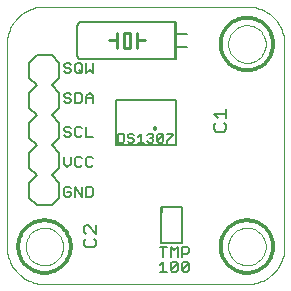
<source format=gto>
G75*
G70*
%OFA0B0*%
%FSLAX24Y24*%
%IPPOS*%
%LPD*%
%AMOC8*
5,1,8,0,0,1.08239X$1,22.5*
%
%ADD10C,0.0000*%
%ADD11C,0.0060*%
%ADD12C,0.0120*%
%ADD13C,0.0080*%
%ADD14C,0.0050*%
%ADD15R,0.0100X0.0200*%
%ADD16C,0.0100*%
%ADD17C,0.0025*%
D10*
X000680Y001930D02*
X000680Y008680D01*
X000682Y008748D01*
X000687Y008815D01*
X000696Y008882D01*
X000709Y008949D01*
X000726Y009014D01*
X000745Y009079D01*
X000769Y009143D01*
X000796Y009205D01*
X000826Y009266D01*
X000859Y009324D01*
X000895Y009381D01*
X000935Y009436D01*
X000977Y009489D01*
X001023Y009540D01*
X001070Y009587D01*
X001121Y009633D01*
X001174Y009675D01*
X001229Y009715D01*
X001286Y009751D01*
X001344Y009784D01*
X001405Y009814D01*
X001467Y009841D01*
X001531Y009865D01*
X001596Y009884D01*
X001661Y009901D01*
X001728Y009914D01*
X001795Y009923D01*
X001862Y009928D01*
X001930Y009930D01*
X008680Y009930D01*
X008748Y009928D01*
X008815Y009923D01*
X008882Y009914D01*
X008949Y009901D01*
X009014Y009884D01*
X009079Y009865D01*
X009143Y009841D01*
X009205Y009814D01*
X009266Y009784D01*
X009324Y009751D01*
X009381Y009715D01*
X009436Y009675D01*
X009489Y009633D01*
X009540Y009587D01*
X009587Y009540D01*
X009633Y009489D01*
X009675Y009436D01*
X009715Y009381D01*
X009751Y009324D01*
X009784Y009266D01*
X009814Y009205D01*
X009841Y009143D01*
X009865Y009079D01*
X009884Y009014D01*
X009901Y008949D01*
X009914Y008882D01*
X009923Y008815D01*
X009928Y008748D01*
X009930Y008680D01*
X009930Y001930D01*
X009928Y001862D01*
X009923Y001795D01*
X009914Y001728D01*
X009901Y001661D01*
X009884Y001596D01*
X009865Y001531D01*
X009841Y001467D01*
X009814Y001405D01*
X009784Y001344D01*
X009751Y001286D01*
X009715Y001229D01*
X009675Y001174D01*
X009633Y001121D01*
X009587Y001070D01*
X009540Y001023D01*
X009489Y000977D01*
X009436Y000935D01*
X009381Y000895D01*
X009324Y000859D01*
X009266Y000826D01*
X009205Y000796D01*
X009143Y000769D01*
X009079Y000745D01*
X009014Y000726D01*
X008949Y000709D01*
X008882Y000696D01*
X008815Y000687D01*
X008748Y000682D01*
X008680Y000680D01*
X001930Y000680D01*
X001862Y000682D01*
X001795Y000687D01*
X001728Y000696D01*
X001661Y000709D01*
X001596Y000726D01*
X001531Y000745D01*
X001467Y000769D01*
X001405Y000796D01*
X001344Y000826D01*
X001286Y000859D01*
X001229Y000895D01*
X001174Y000935D01*
X001121Y000977D01*
X001070Y001023D01*
X001023Y001070D01*
X000977Y001121D01*
X000935Y001174D01*
X000895Y001229D01*
X000859Y001286D01*
X000826Y001344D01*
X000796Y001405D01*
X000769Y001467D01*
X000745Y001531D01*
X000726Y001596D01*
X000709Y001661D01*
X000696Y001728D01*
X000687Y001795D01*
X000682Y001862D01*
X000680Y001930D01*
X001305Y001930D02*
X001307Y001980D01*
X001313Y002029D01*
X001323Y002078D01*
X001336Y002125D01*
X001354Y002172D01*
X001375Y002217D01*
X001399Y002260D01*
X001427Y002301D01*
X001458Y002340D01*
X001492Y002376D01*
X001529Y002410D01*
X001569Y002440D01*
X001610Y002467D01*
X001654Y002491D01*
X001699Y002511D01*
X001746Y002527D01*
X001794Y002540D01*
X001843Y002549D01*
X001893Y002554D01*
X001942Y002555D01*
X001992Y002552D01*
X002041Y002545D01*
X002090Y002534D01*
X002137Y002520D01*
X002183Y002501D01*
X002228Y002479D01*
X002271Y002454D01*
X002311Y002425D01*
X002349Y002393D01*
X002385Y002359D01*
X002418Y002321D01*
X002447Y002281D01*
X002473Y002239D01*
X002496Y002195D01*
X002515Y002149D01*
X002531Y002102D01*
X002543Y002053D01*
X002551Y002004D01*
X002555Y001955D01*
X002555Y001905D01*
X002551Y001856D01*
X002543Y001807D01*
X002531Y001758D01*
X002515Y001711D01*
X002496Y001665D01*
X002473Y001621D01*
X002447Y001579D01*
X002418Y001539D01*
X002385Y001501D01*
X002349Y001467D01*
X002311Y001435D01*
X002271Y001406D01*
X002228Y001381D01*
X002183Y001359D01*
X002137Y001340D01*
X002090Y001326D01*
X002041Y001315D01*
X001992Y001308D01*
X001942Y001305D01*
X001893Y001306D01*
X001843Y001311D01*
X001794Y001320D01*
X001746Y001333D01*
X001699Y001349D01*
X001654Y001369D01*
X001610Y001393D01*
X001569Y001420D01*
X001529Y001450D01*
X001492Y001484D01*
X001458Y001520D01*
X001427Y001559D01*
X001399Y001600D01*
X001375Y001643D01*
X001354Y001688D01*
X001336Y001735D01*
X001323Y001782D01*
X001313Y001831D01*
X001307Y001880D01*
X001305Y001930D01*
X008055Y001930D02*
X008057Y001980D01*
X008063Y002029D01*
X008073Y002078D01*
X008086Y002125D01*
X008104Y002172D01*
X008125Y002217D01*
X008149Y002260D01*
X008177Y002301D01*
X008208Y002340D01*
X008242Y002376D01*
X008279Y002410D01*
X008319Y002440D01*
X008360Y002467D01*
X008404Y002491D01*
X008449Y002511D01*
X008496Y002527D01*
X008544Y002540D01*
X008593Y002549D01*
X008643Y002554D01*
X008692Y002555D01*
X008742Y002552D01*
X008791Y002545D01*
X008840Y002534D01*
X008887Y002520D01*
X008933Y002501D01*
X008978Y002479D01*
X009021Y002454D01*
X009061Y002425D01*
X009099Y002393D01*
X009135Y002359D01*
X009168Y002321D01*
X009197Y002281D01*
X009223Y002239D01*
X009246Y002195D01*
X009265Y002149D01*
X009281Y002102D01*
X009293Y002053D01*
X009301Y002004D01*
X009305Y001955D01*
X009305Y001905D01*
X009301Y001856D01*
X009293Y001807D01*
X009281Y001758D01*
X009265Y001711D01*
X009246Y001665D01*
X009223Y001621D01*
X009197Y001579D01*
X009168Y001539D01*
X009135Y001501D01*
X009099Y001467D01*
X009061Y001435D01*
X009021Y001406D01*
X008978Y001381D01*
X008933Y001359D01*
X008887Y001340D01*
X008840Y001326D01*
X008791Y001315D01*
X008742Y001308D01*
X008692Y001305D01*
X008643Y001306D01*
X008593Y001311D01*
X008544Y001320D01*
X008496Y001333D01*
X008449Y001349D01*
X008404Y001369D01*
X008360Y001393D01*
X008319Y001420D01*
X008279Y001450D01*
X008242Y001484D01*
X008208Y001520D01*
X008177Y001559D01*
X008149Y001600D01*
X008125Y001643D01*
X008104Y001688D01*
X008086Y001735D01*
X008073Y001782D01*
X008063Y001831D01*
X008057Y001880D01*
X008055Y001930D01*
X008055Y008680D02*
X008057Y008730D01*
X008063Y008779D01*
X008073Y008828D01*
X008086Y008875D01*
X008104Y008922D01*
X008125Y008967D01*
X008149Y009010D01*
X008177Y009051D01*
X008208Y009090D01*
X008242Y009126D01*
X008279Y009160D01*
X008319Y009190D01*
X008360Y009217D01*
X008404Y009241D01*
X008449Y009261D01*
X008496Y009277D01*
X008544Y009290D01*
X008593Y009299D01*
X008643Y009304D01*
X008692Y009305D01*
X008742Y009302D01*
X008791Y009295D01*
X008840Y009284D01*
X008887Y009270D01*
X008933Y009251D01*
X008978Y009229D01*
X009021Y009204D01*
X009061Y009175D01*
X009099Y009143D01*
X009135Y009109D01*
X009168Y009071D01*
X009197Y009031D01*
X009223Y008989D01*
X009246Y008945D01*
X009265Y008899D01*
X009281Y008852D01*
X009293Y008803D01*
X009301Y008754D01*
X009305Y008705D01*
X009305Y008655D01*
X009301Y008606D01*
X009293Y008557D01*
X009281Y008508D01*
X009265Y008461D01*
X009246Y008415D01*
X009223Y008371D01*
X009197Y008329D01*
X009168Y008289D01*
X009135Y008251D01*
X009099Y008217D01*
X009061Y008185D01*
X009021Y008156D01*
X008978Y008131D01*
X008933Y008109D01*
X008887Y008090D01*
X008840Y008076D01*
X008791Y008065D01*
X008742Y008058D01*
X008692Y008055D01*
X008643Y008056D01*
X008593Y008061D01*
X008544Y008070D01*
X008496Y008083D01*
X008449Y008099D01*
X008404Y008119D01*
X008360Y008143D01*
X008319Y008170D01*
X008279Y008200D01*
X008242Y008234D01*
X008208Y008270D01*
X008177Y008309D01*
X008149Y008350D01*
X008125Y008393D01*
X008104Y008438D01*
X008086Y008485D01*
X008073Y008532D01*
X008063Y008581D01*
X008057Y008630D01*
X008055Y008680D01*
D11*
X006681Y008588D02*
X006307Y008588D01*
X006307Y009022D02*
X006681Y009022D01*
X003548Y008050D02*
X003548Y007710D01*
X003435Y007823D01*
X003322Y007710D01*
X003322Y008050D01*
X003180Y007994D02*
X003180Y007767D01*
X003123Y007710D01*
X003010Y007710D01*
X002953Y007767D01*
X002953Y007994D01*
X003010Y008050D01*
X003123Y008050D01*
X003180Y007994D01*
X003067Y007823D02*
X003180Y007710D01*
X002812Y007767D02*
X002755Y007710D01*
X002642Y007710D01*
X002585Y007767D01*
X002642Y007880D02*
X002755Y007880D01*
X002812Y007823D01*
X002812Y007767D01*
X002642Y007880D02*
X002585Y007937D01*
X002585Y007994D01*
X002642Y008050D01*
X002755Y008050D01*
X002812Y007994D01*
X002755Y007050D02*
X002642Y007050D01*
X002585Y006994D01*
X002585Y006937D01*
X002642Y006880D01*
X002755Y006880D01*
X002812Y006823D01*
X002812Y006767D01*
X002755Y006710D01*
X002642Y006710D01*
X002585Y006767D01*
X002812Y006994D02*
X002755Y007050D01*
X002953Y007050D02*
X003123Y007050D01*
X003180Y006994D01*
X003180Y006767D01*
X003123Y006710D01*
X002953Y006710D01*
X002953Y007050D01*
X003322Y006937D02*
X003322Y006710D01*
X003322Y006880D02*
X003548Y006880D01*
X003548Y006937D02*
X003548Y006710D01*
X003548Y006937D02*
X003435Y007050D01*
X003322Y006937D01*
X003322Y005925D02*
X003322Y005585D01*
X003548Y005585D01*
X003180Y005642D02*
X003123Y005585D01*
X003010Y005585D01*
X002953Y005642D01*
X002953Y005869D01*
X003010Y005925D01*
X003123Y005925D01*
X003180Y005869D01*
X002812Y005869D02*
X002755Y005925D01*
X002642Y005925D01*
X002585Y005869D01*
X002585Y005812D01*
X002642Y005755D01*
X002755Y005755D01*
X002812Y005698D01*
X002812Y005642D01*
X002755Y005585D01*
X002642Y005585D01*
X002585Y005642D01*
X002585Y004925D02*
X002585Y004698D01*
X002698Y004585D01*
X002812Y004698D01*
X002812Y004925D01*
X002953Y004869D02*
X002953Y004642D01*
X003010Y004585D01*
X003123Y004585D01*
X003180Y004642D01*
X003322Y004642D02*
X003322Y004869D01*
X003378Y004925D01*
X003492Y004925D01*
X003548Y004869D01*
X003548Y004642D02*
X003492Y004585D01*
X003378Y004585D01*
X003322Y004642D01*
X003180Y004869D02*
X003123Y004925D01*
X003010Y004925D01*
X002953Y004869D01*
X002953Y003925D02*
X003180Y003585D01*
X003180Y003925D01*
X003322Y003925D02*
X003492Y003925D01*
X003548Y003869D01*
X003548Y003642D01*
X003492Y003585D01*
X003322Y003585D01*
X003322Y003925D01*
X002953Y003925D02*
X002953Y003585D01*
X002812Y003642D02*
X002812Y003755D01*
X002698Y003755D01*
X002585Y003642D02*
X002642Y003585D01*
X002755Y003585D01*
X002812Y003642D01*
X002812Y003869D02*
X002755Y003925D01*
X002642Y003925D01*
X002585Y003869D01*
X002585Y003642D01*
X005773Y001925D02*
X005999Y001925D01*
X005886Y001925D02*
X005886Y001585D01*
X005886Y001425D02*
X005886Y001085D01*
X005773Y001085D02*
X005999Y001085D01*
X006141Y001142D02*
X006368Y001369D01*
X006368Y001142D01*
X006311Y001085D01*
X006198Y001085D01*
X006141Y001142D01*
X006141Y001369D01*
X006198Y001425D01*
X006311Y001425D01*
X006368Y001369D01*
X006509Y001369D02*
X006566Y001425D01*
X006679Y001425D01*
X006736Y001369D01*
X006509Y001142D01*
X006566Y001085D01*
X006679Y001085D01*
X006736Y001142D01*
X006736Y001369D01*
X006509Y001369D02*
X006509Y001142D01*
X006509Y001585D02*
X006509Y001925D01*
X006679Y001925D01*
X006736Y001869D01*
X006736Y001755D01*
X006679Y001698D01*
X006509Y001698D01*
X006368Y001585D02*
X006368Y001925D01*
X006254Y001812D01*
X006141Y001925D01*
X006141Y001585D01*
X005886Y001425D02*
X005773Y001312D01*
D12*
X008680Y001055D02*
X008622Y001057D01*
X008563Y001063D01*
X008506Y001073D01*
X008449Y001086D01*
X008393Y001103D01*
X008338Y001124D01*
X008285Y001149D01*
X008234Y001177D01*
X008185Y001209D01*
X008138Y001243D01*
X008093Y001281D01*
X008051Y001322D01*
X008012Y001365D01*
X007976Y001411D01*
X007942Y001459D01*
X007913Y001509D01*
X007886Y001562D01*
X007863Y001616D01*
X007844Y001671D01*
X007829Y001727D01*
X007817Y001784D01*
X007809Y001842D01*
X007805Y001901D01*
X007805Y001959D01*
X007809Y002018D01*
X007817Y002076D01*
X007829Y002133D01*
X007844Y002189D01*
X007863Y002244D01*
X007886Y002298D01*
X007913Y002351D01*
X007942Y002401D01*
X007976Y002449D01*
X008012Y002495D01*
X008051Y002538D01*
X008093Y002579D01*
X008138Y002617D01*
X008185Y002651D01*
X008234Y002683D01*
X008285Y002711D01*
X008338Y002736D01*
X008393Y002757D01*
X008449Y002774D01*
X008506Y002787D01*
X008563Y002797D01*
X008622Y002803D01*
X008680Y002805D01*
X008738Y002803D01*
X008797Y002797D01*
X008854Y002787D01*
X008911Y002774D01*
X008967Y002757D01*
X009022Y002736D01*
X009075Y002711D01*
X009126Y002683D01*
X009175Y002651D01*
X009222Y002617D01*
X009267Y002579D01*
X009309Y002538D01*
X009348Y002495D01*
X009384Y002449D01*
X009418Y002401D01*
X009447Y002351D01*
X009474Y002298D01*
X009497Y002244D01*
X009516Y002189D01*
X009531Y002133D01*
X009543Y002076D01*
X009551Y002018D01*
X009555Y001959D01*
X009555Y001901D01*
X009551Y001842D01*
X009543Y001784D01*
X009531Y001727D01*
X009516Y001671D01*
X009497Y001616D01*
X009474Y001562D01*
X009447Y001509D01*
X009418Y001459D01*
X009384Y001411D01*
X009348Y001365D01*
X009309Y001322D01*
X009267Y001281D01*
X009222Y001243D01*
X009175Y001209D01*
X009126Y001177D01*
X009075Y001149D01*
X009022Y001124D01*
X008967Y001103D01*
X008911Y001086D01*
X008854Y001073D01*
X008797Y001063D01*
X008738Y001057D01*
X008680Y001055D01*
X001930Y001055D02*
X001872Y001057D01*
X001813Y001063D01*
X001756Y001073D01*
X001699Y001086D01*
X001643Y001103D01*
X001588Y001124D01*
X001535Y001149D01*
X001484Y001177D01*
X001435Y001209D01*
X001388Y001243D01*
X001343Y001281D01*
X001301Y001322D01*
X001262Y001365D01*
X001226Y001411D01*
X001192Y001459D01*
X001163Y001509D01*
X001136Y001562D01*
X001113Y001616D01*
X001094Y001671D01*
X001079Y001727D01*
X001067Y001784D01*
X001059Y001842D01*
X001055Y001901D01*
X001055Y001959D01*
X001059Y002018D01*
X001067Y002076D01*
X001079Y002133D01*
X001094Y002189D01*
X001113Y002244D01*
X001136Y002298D01*
X001163Y002351D01*
X001192Y002401D01*
X001226Y002449D01*
X001262Y002495D01*
X001301Y002538D01*
X001343Y002579D01*
X001388Y002617D01*
X001435Y002651D01*
X001484Y002683D01*
X001535Y002711D01*
X001588Y002736D01*
X001643Y002757D01*
X001699Y002774D01*
X001756Y002787D01*
X001813Y002797D01*
X001872Y002803D01*
X001930Y002805D01*
X001988Y002803D01*
X002047Y002797D01*
X002104Y002787D01*
X002161Y002774D01*
X002217Y002757D01*
X002272Y002736D01*
X002325Y002711D01*
X002376Y002683D01*
X002425Y002651D01*
X002472Y002617D01*
X002517Y002579D01*
X002559Y002538D01*
X002598Y002495D01*
X002634Y002449D01*
X002668Y002401D01*
X002697Y002351D01*
X002724Y002298D01*
X002747Y002244D01*
X002766Y002189D01*
X002781Y002133D01*
X002793Y002076D01*
X002801Y002018D01*
X002805Y001959D01*
X002805Y001901D01*
X002801Y001842D01*
X002793Y001784D01*
X002781Y001727D01*
X002766Y001671D01*
X002747Y001616D01*
X002724Y001562D01*
X002697Y001509D01*
X002668Y001459D01*
X002634Y001411D01*
X002598Y001365D01*
X002559Y001322D01*
X002517Y001281D01*
X002472Y001243D01*
X002425Y001209D01*
X002376Y001177D01*
X002325Y001149D01*
X002272Y001124D01*
X002217Y001103D01*
X002161Y001086D01*
X002104Y001073D01*
X002047Y001063D01*
X001988Y001057D01*
X001930Y001055D01*
X008680Y007805D02*
X008622Y007807D01*
X008563Y007813D01*
X008506Y007823D01*
X008449Y007836D01*
X008393Y007853D01*
X008338Y007874D01*
X008285Y007899D01*
X008234Y007927D01*
X008185Y007959D01*
X008138Y007993D01*
X008093Y008031D01*
X008051Y008072D01*
X008012Y008115D01*
X007976Y008161D01*
X007942Y008209D01*
X007913Y008259D01*
X007886Y008312D01*
X007863Y008366D01*
X007844Y008421D01*
X007829Y008477D01*
X007817Y008534D01*
X007809Y008592D01*
X007805Y008651D01*
X007805Y008709D01*
X007809Y008768D01*
X007817Y008826D01*
X007829Y008883D01*
X007844Y008939D01*
X007863Y008994D01*
X007886Y009048D01*
X007913Y009101D01*
X007942Y009151D01*
X007976Y009199D01*
X008012Y009245D01*
X008051Y009288D01*
X008093Y009329D01*
X008138Y009367D01*
X008185Y009401D01*
X008234Y009433D01*
X008285Y009461D01*
X008338Y009486D01*
X008393Y009507D01*
X008449Y009524D01*
X008506Y009537D01*
X008563Y009547D01*
X008622Y009553D01*
X008680Y009555D01*
X008738Y009553D01*
X008797Y009547D01*
X008854Y009537D01*
X008911Y009524D01*
X008967Y009507D01*
X009022Y009486D01*
X009075Y009461D01*
X009126Y009433D01*
X009175Y009401D01*
X009222Y009367D01*
X009267Y009329D01*
X009309Y009288D01*
X009348Y009245D01*
X009384Y009199D01*
X009418Y009151D01*
X009447Y009101D01*
X009474Y009048D01*
X009497Y008994D01*
X009516Y008939D01*
X009531Y008883D01*
X009543Y008826D01*
X009551Y008768D01*
X009555Y008709D01*
X009555Y008651D01*
X009551Y008592D01*
X009543Y008534D01*
X009531Y008477D01*
X009516Y008421D01*
X009497Y008366D01*
X009474Y008312D01*
X009447Y008259D01*
X009418Y008209D01*
X009384Y008161D01*
X009348Y008115D01*
X009309Y008072D01*
X009267Y008031D01*
X009222Y007993D01*
X009175Y007959D01*
X009126Y007927D01*
X009075Y007899D01*
X009022Y007874D01*
X008967Y007853D01*
X008911Y007836D01*
X008854Y007823D01*
X008797Y007813D01*
X008738Y007807D01*
X008680Y007805D01*
D13*
X007990Y006502D02*
X007990Y006222D01*
X007990Y006362D02*
X007570Y006362D01*
X007710Y006222D01*
X007640Y006042D02*
X007570Y005972D01*
X007570Y005832D01*
X007640Y005762D01*
X007920Y005762D01*
X007990Y005832D01*
X007990Y005972D01*
X007920Y006042D01*
X005578Y005868D02*
X005580Y005880D01*
X005586Y005892D01*
X005594Y005900D01*
X005606Y005906D01*
X005618Y005908D01*
X005630Y005906D01*
X005642Y005900D01*
X005650Y005892D01*
X005656Y005880D01*
X005658Y005868D01*
X005656Y005856D01*
X005650Y005844D01*
X005642Y005836D01*
X005630Y005830D01*
X005618Y005828D01*
X005606Y005830D01*
X005594Y005836D01*
X005586Y005844D01*
X005580Y005856D01*
X005578Y005868D01*
X002430Y006055D02*
X002430Y005555D01*
X002180Y005305D01*
X002430Y005055D01*
X002430Y004555D01*
X002180Y004305D01*
X002430Y004055D01*
X002430Y003555D01*
X002180Y003305D01*
X001680Y003305D01*
X001430Y003555D01*
X001430Y004055D01*
X001680Y004305D01*
X001430Y004555D01*
X001430Y005055D01*
X001680Y005305D01*
X001430Y005555D01*
X001430Y006055D01*
X001680Y006305D01*
X001430Y006555D01*
X001430Y007055D01*
X001680Y007305D01*
X001430Y007555D01*
X001430Y008055D01*
X001680Y008305D01*
X002180Y008305D01*
X002430Y008055D01*
X002430Y007555D01*
X002180Y007305D01*
X002430Y007055D01*
X002430Y006555D01*
X002180Y006305D01*
X002430Y006055D01*
X003315Y002640D02*
X003245Y002570D01*
X003245Y002430D01*
X003315Y002360D01*
X003315Y002179D02*
X003245Y002109D01*
X003245Y001969D01*
X003315Y001899D01*
X003595Y001899D01*
X003665Y001969D01*
X003665Y002109D01*
X003595Y002179D01*
X003665Y002360D02*
X003385Y002640D01*
X003315Y002640D01*
X003665Y002640D02*
X003665Y002360D01*
D14*
X005805Y002055D02*
X006505Y002055D01*
X006505Y003255D01*
X005805Y003255D01*
X005805Y002055D01*
X006305Y005305D02*
X004305Y005305D01*
X004305Y006805D01*
X006305Y006805D01*
X006305Y005305D01*
X006004Y005393D02*
X006004Y005443D01*
X006204Y005643D01*
X006204Y005693D01*
X006004Y005693D01*
X005882Y005643D02*
X005682Y005443D01*
X005732Y005393D01*
X005832Y005393D01*
X005882Y005443D01*
X005882Y005643D01*
X005832Y005693D01*
X005732Y005693D01*
X005682Y005643D01*
X005682Y005443D01*
X005559Y005443D02*
X005509Y005393D01*
X005409Y005393D01*
X005359Y005443D01*
X005237Y005393D02*
X005037Y005393D01*
X005137Y005393D02*
X005137Y005693D01*
X005037Y005593D01*
X004915Y005643D02*
X004865Y005693D01*
X004765Y005693D01*
X004715Y005643D01*
X004715Y005593D01*
X004765Y005543D01*
X004865Y005543D01*
X004915Y005493D01*
X004915Y005443D01*
X004865Y005393D01*
X004765Y005393D01*
X004715Y005443D01*
X004593Y005443D02*
X004593Y005643D01*
X004543Y005693D01*
X004393Y005693D01*
X004393Y005393D01*
X004543Y005393D01*
X004593Y005443D01*
X005359Y005643D02*
X005409Y005693D01*
X005509Y005693D01*
X005559Y005643D01*
X005559Y005593D01*
X005509Y005543D01*
X005559Y005493D01*
X005559Y005443D01*
X005509Y005543D02*
X005459Y005543D01*
X006303Y008191D02*
X003130Y008191D01*
X003113Y008192D01*
X003096Y008197D01*
X003081Y008204D01*
X003067Y008214D01*
X003055Y008226D01*
X003045Y008240D01*
X003038Y008255D01*
X003033Y008272D01*
X003032Y008289D01*
X003031Y008289D02*
X003031Y009321D01*
X003032Y009321D02*
X003033Y009338D01*
X003038Y009355D01*
X003045Y009370D01*
X003055Y009384D01*
X003067Y009396D01*
X003081Y009406D01*
X003096Y009413D01*
X003113Y009418D01*
X003130Y009419D01*
X006303Y009419D01*
X006303Y008191D01*
D15*
X005855Y003155D03*
D16*
X005012Y008553D02*
X005012Y009057D01*
X004768Y009057D02*
X004768Y008553D01*
X004571Y008553D01*
X004571Y009057D01*
X004768Y009057D01*
X005039Y008805D02*
X005283Y008805D01*
X004342Y008805D02*
X004342Y008557D01*
X004342Y008805D02*
X004098Y008805D01*
X004342Y008805D02*
X004342Y009053D01*
D17*
X006248Y009352D02*
X006248Y008258D01*
X006250Y008247D01*
X006254Y008237D01*
X006261Y008229D01*
X006271Y008223D01*
X006281Y008219D01*
X006292Y008219D01*
X006248Y009352D02*
X006250Y009363D01*
X006254Y009373D01*
X006262Y009382D01*
X006271Y009388D01*
X006282Y009391D01*
X006293Y009391D01*
M02*

</source>
